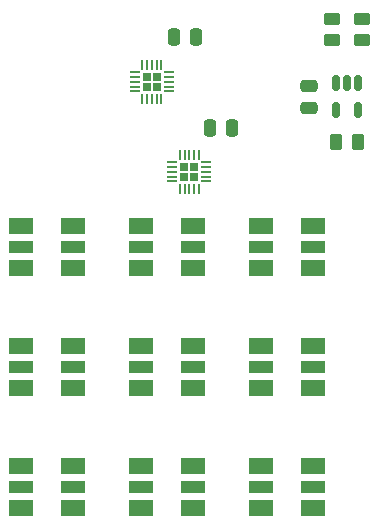
<source format=gbr>
%TF.GenerationSoftware,KiCad,Pcbnew,8.0.0*%
%TF.CreationDate,2024-04-26T11:05:52+02:00*%
%TF.ProjectId,mender-shield,6d656e64-6572-42d7-9368-69656c642e6b,rev?*%
%TF.SameCoordinates,Original*%
%TF.FileFunction,Paste,Top*%
%TF.FilePolarity,Positive*%
%FSLAX46Y46*%
G04 Gerber Fmt 4.6, Leading zero omitted, Abs format (unit mm)*
G04 Created by KiCad (PCBNEW 8.0.0) date 2024-04-26 11:05:52*
%MOMM*%
%LPD*%
G01*
G04 APERTURE LIST*
G04 Aperture macros list*
%AMRoundRect*
0 Rectangle with rounded corners*
0 $1 Rounding radius*
0 $2 $3 $4 $5 $6 $7 $8 $9 X,Y pos of 4 corners*
0 Add a 4 corners polygon primitive as box body*
4,1,4,$2,$3,$4,$5,$6,$7,$8,$9,$2,$3,0*
0 Add four circle primitives for the rounded corners*
1,1,$1+$1,$2,$3*
1,1,$1+$1,$4,$5*
1,1,$1+$1,$6,$7*
1,1,$1+$1,$8,$9*
0 Add four rect primitives between the rounded corners*
20,1,$1+$1,$2,$3,$4,$5,0*
20,1,$1+$1,$4,$5,$6,$7,0*
20,1,$1+$1,$6,$7,$8,$9,0*
20,1,$1+$1,$8,$9,$2,$3,0*%
G04 Aperture macros list end*
%ADD10RoundRect,0.250000X0.262500X0.450000X-0.262500X0.450000X-0.262500X-0.450000X0.262500X-0.450000X0*%
%ADD11RoundRect,0.250000X0.450000X-0.262500X0.450000X0.262500X-0.450000X0.262500X-0.450000X-0.262500X0*%
%ADD12RoundRect,0.250000X-0.250000X-0.475000X0.250000X-0.475000X0.250000X0.475000X-0.250000X0.475000X0*%
%ADD13R,2.000000X1.400000*%
%ADD14R,2.000000X1.000000*%
%ADD15RoundRect,0.050000X-0.050000X0.350000X-0.050000X-0.350000X0.050000X-0.350000X0.050000X0.350000X0*%
%ADD16RoundRect,0.050000X-0.350000X0.050000X-0.350000X-0.050000X0.350000X-0.050000X0.350000X0.050000X0*%
%ADD17RoundRect,0.185000X-0.185000X0.185000X-0.185000X-0.185000X0.185000X-0.185000X0.185000X0.185000X0*%
%ADD18RoundRect,0.250000X-0.475000X0.250000X-0.475000X-0.250000X0.475000X-0.250000X0.475000X0.250000X0*%
%ADD19RoundRect,0.150000X-0.150000X0.512500X-0.150000X-0.512500X0.150000X-0.512500X0.150000X0.512500X0*%
G04 APERTURE END LIST*
D10*
%TO.C,R5*%
X141882500Y-85090000D03*
X140057500Y-85090000D03*
%TD*%
D11*
%TO.C,R4*%
X142240000Y-76477500D03*
X142240000Y-74652500D03*
%TD*%
%TO.C,R3*%
X139700000Y-76477500D03*
X139700000Y-74652500D03*
%TD*%
D12*
%TO.C,C1*%
X129352000Y-83947000D03*
X131252000Y-83947000D03*
%TD*%
%TO.C,C2*%
X126304000Y-76200000D03*
X128204000Y-76200000D03*
%TD*%
D13*
%TO.C,D9*%
X138090000Y-116100000D03*
D14*
X138090000Y-114300000D03*
D13*
X138090000Y-112500000D03*
X133690000Y-112500000D03*
D14*
X133690000Y-114300000D03*
D13*
X133690000Y-116100000D03*
%TD*%
%TO.C,D6*%
X127930000Y-116100000D03*
D14*
X127930000Y-114300000D03*
D13*
X127930000Y-112500000D03*
X123530000Y-112500000D03*
D14*
X123530000Y-114300000D03*
D13*
X123530000Y-116100000D03*
%TD*%
%TO.C,D3*%
X117770000Y-116100000D03*
D14*
X117770000Y-114300000D03*
D13*
X117770000Y-112500000D03*
X113370000Y-112500000D03*
D14*
X113370000Y-114300000D03*
D13*
X113370000Y-116100000D03*
%TD*%
%TO.C,D2*%
X117770000Y-105940000D03*
D14*
X117770000Y-104140000D03*
D13*
X117770000Y-102340000D03*
X113370000Y-102340000D03*
D14*
X113370000Y-104140000D03*
D13*
X113370000Y-105940000D03*
%TD*%
%TO.C,D1*%
X117770000Y-95780000D03*
D14*
X117770000Y-93980000D03*
D13*
X117770000Y-92180000D03*
X113370000Y-92180000D03*
D14*
X113370000Y-93980000D03*
D13*
X113370000Y-95780000D03*
%TD*%
%TO.C,D4*%
X127930000Y-95780000D03*
D14*
X127930000Y-93980000D03*
D13*
X127930000Y-92180000D03*
X123530000Y-92180000D03*
D14*
X123530000Y-93980000D03*
D13*
X123530000Y-95780000D03*
%TD*%
%TO.C,D7*%
X138090000Y-95780000D03*
D14*
X138090000Y-93980000D03*
D13*
X138090000Y-92180000D03*
X133690000Y-92180000D03*
D14*
X133690000Y-93980000D03*
D13*
X133690000Y-95780000D03*
%TD*%
%TO.C,D8*%
X138090000Y-105940000D03*
D14*
X138090000Y-104140000D03*
D13*
X138090000Y-102340000D03*
X133690000Y-102340000D03*
D14*
X133690000Y-104140000D03*
D13*
X133690000Y-105940000D03*
%TD*%
%TO.C,D5*%
X127930000Y-105940000D03*
D14*
X127930000Y-104140000D03*
D13*
X127930000Y-102340000D03*
X123530000Y-102340000D03*
D14*
X123530000Y-104140000D03*
D13*
X123530000Y-105940000D03*
%TD*%
D15*
%TO.C,U2*%
X125260000Y-78560000D03*
X124860000Y-78560000D03*
X124460000Y-78560000D03*
X124060000Y-78560000D03*
X123660000Y-78560000D03*
D16*
X123010000Y-79210000D03*
X123010000Y-79610000D03*
X123010000Y-80010000D03*
X123010000Y-80410000D03*
X123010000Y-80810000D03*
D15*
X123660000Y-81460000D03*
X124060000Y-81460000D03*
X124460000Y-81460000D03*
X124860000Y-81460000D03*
X125260000Y-81460000D03*
D16*
X125910000Y-80810000D03*
X125910000Y-80410000D03*
X125910000Y-80010000D03*
X125910000Y-79610000D03*
X125910000Y-79210000D03*
D17*
X124885000Y-79585000D03*
X124035000Y-79585000D03*
X124885000Y-80435000D03*
X124035000Y-80435000D03*
%TD*%
D18*
%TO.C,C3*%
X137795000Y-80330000D03*
X137795000Y-82230000D03*
%TD*%
D15*
%TO.C,U1*%
X128435000Y-86180000D03*
X128035000Y-86180000D03*
X127635000Y-86180000D03*
X127235000Y-86180000D03*
X126835000Y-86180000D03*
D16*
X126185000Y-86830000D03*
X126185000Y-87230000D03*
X126185000Y-87630000D03*
X126185000Y-88030000D03*
X126185000Y-88430000D03*
D15*
X126835000Y-89080000D03*
X127235000Y-89080000D03*
X127635000Y-89080000D03*
X128035000Y-89080000D03*
X128435000Y-89080000D03*
D16*
X129085000Y-88430000D03*
X129085000Y-88030000D03*
X129085000Y-87630000D03*
X129085000Y-87230000D03*
X129085000Y-86830000D03*
D17*
X128060000Y-87205000D03*
X127210000Y-87205000D03*
X128060000Y-88055000D03*
X127210000Y-88055000D03*
%TD*%
D19*
%TO.C,U3*%
X141920000Y-80142500D03*
X140970000Y-80142500D03*
X140020000Y-80142500D03*
X140020000Y-82417500D03*
X141920000Y-82417500D03*
%TD*%
M02*

</source>
